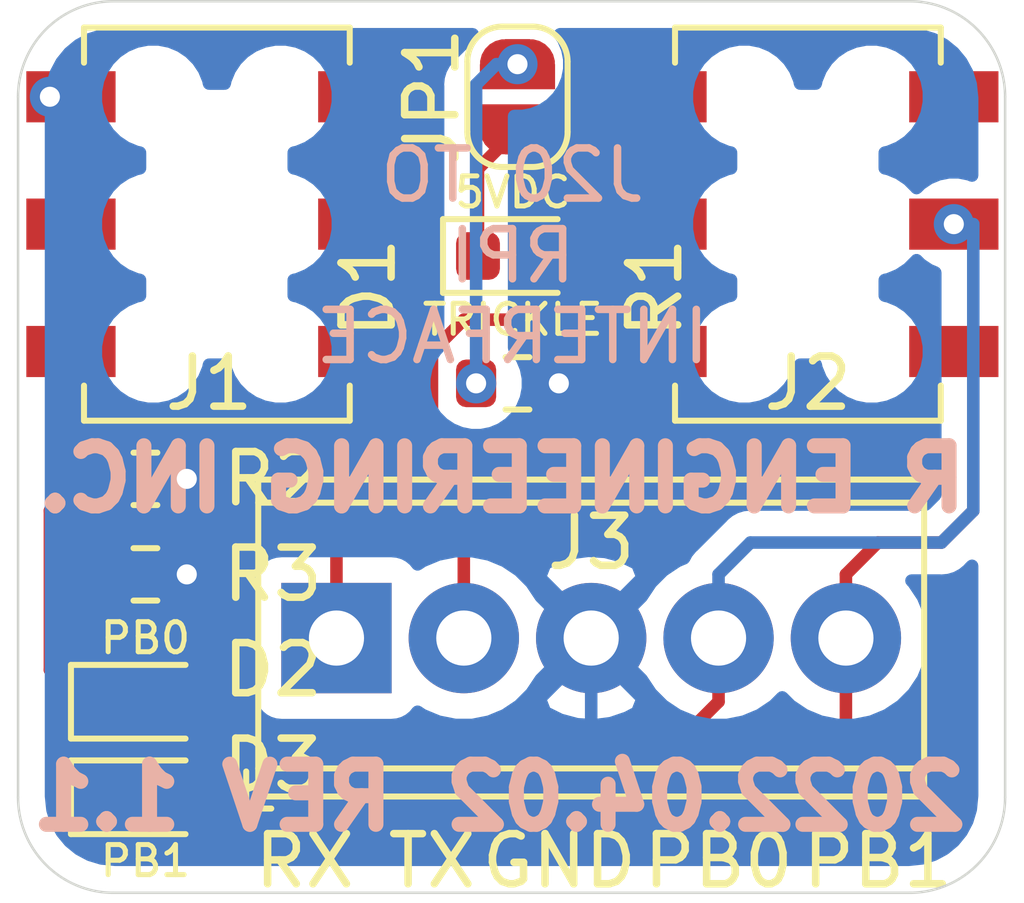
<source format=kicad_pcb>
(kicad_pcb (version 20171130) (host pcbnew "(5.1.10-1-10_14)")

  (general
    (thickness 1.6)
    (drawings 21)
    (tracks 87)
    (zones 0)
    (modules 10)
    (nets 17)
  )

  (page A)
  (title_block
    (title "Raspberry Pi Hat Interface - iMac G3 J20")
    (date 2022-04-10)
    (rev 1.1)
    (company "R Engineering Inc.")
    (comment 1 https://reng.ca)
  )

  (layers
    (0 F.Cu signal)
    (31 B.Cu signal)
    (32 B.Adhes user)
    (33 F.Adhes user)
    (34 B.Paste user)
    (35 F.Paste user)
    (36 B.SilkS user)
    (37 F.SilkS user)
    (38 B.Mask user)
    (39 F.Mask user)
    (40 Dwgs.User user)
    (41 Cmts.User user)
    (42 Eco1.User user)
    (43 Eco2.User user)
    (44 Edge.Cuts user)
    (45 Margin user)
    (46 B.CrtYd user hide)
    (47 F.CrtYd user hide)
    (48 B.Fab user hide)
    (49 F.Fab user hide)
  )

  (setup
    (last_trace_width 0.25)
    (trace_clearance 0.2)
    (zone_clearance 0.508)
    (zone_45_only no)
    (trace_min 0.2)
    (via_size 0.8)
    (via_drill 0.4)
    (via_min_size 0.4)
    (via_min_drill 0.3)
    (uvia_size 0.3)
    (uvia_drill 0.1)
    (uvias_allowed no)
    (uvia_min_size 0.2)
    (uvia_min_drill 0.1)
    (edge_width 0.05)
    (segment_width 0.2)
    (pcb_text_width 0.3)
    (pcb_text_size 1.5 1.5)
    (mod_edge_width 0.12)
    (mod_text_size 1 1)
    (mod_text_width 0.15)
    (pad_size 1.524 1.524)
    (pad_drill 0.762)
    (pad_to_mask_clearance 0)
    (aux_axis_origin 0 0)
    (visible_elements FFFFFF7F)
    (pcbplotparams
      (layerselection 0x010fc_ffffffff)
      (usegerberextensions false)
      (usegerberattributes true)
      (usegerberadvancedattributes true)
      (creategerberjobfile true)
      (excludeedgelayer true)
      (linewidth 0.100000)
      (plotframeref false)
      (viasonmask false)
      (mode 1)
      (useauxorigin false)
      (hpglpennumber 1)
      (hpglpenspeed 20)
      (hpglpendiameter 15.000000)
      (psnegative false)
      (psa4output false)
      (plotreference true)
      (plotvalue true)
      (plotinvisibletext false)
      (padsonsilk false)
      (subtractmaskfromsilk false)
      (outputformat 1)
      (mirror false)
      (drillshape 0)
      (scaleselection 1)
      (outputdirectory "gerbers/"))
  )

  (net 0 "")
  (net 1 "Net-(D1-Pad1)")
  (net 2 +5V)
  (net 3 "Net-(D2-Pad2)")
  (net 4 "Net-(D2-Pad1)")
  (net 5 "Net-(D3-Pad1)")
  (net 6 "Net-(D3-Pad2)")
  (net 7 "Net-(J1-Pad3)")
  (net 8 "Net-(J1-Pad4)")
  (net 9 GND)
  (net 10 "Net-(J2-Pad5)")
  (net 11 "Net-(J2-Pad3)")
  (net 12 "Net-(J2-Pad2)")
  (net 13 "Net-(J2-Pad1)")
  (net 14 "Net-(JP1-Pad2)")
  (net 15 "Net-(J1-Pad2)")
  (net 16 "Net-(J1-Pad6)")

  (net_class Default "This is the default net class."
    (clearance 0.2)
    (trace_width 0.25)
    (via_dia 0.8)
    (via_drill 0.4)
    (uvia_dia 0.3)
    (uvia_drill 0.1)
    (add_net +5V)
    (add_net GND)
    (add_net "Net-(D1-Pad1)")
    (add_net "Net-(D2-Pad1)")
    (add_net "Net-(D2-Pad2)")
    (add_net "Net-(D3-Pad1)")
    (add_net "Net-(D3-Pad2)")
    (add_net "Net-(J1-Pad2)")
    (add_net "Net-(J1-Pad3)")
    (add_net "Net-(J1-Pad4)")
    (add_net "Net-(J1-Pad6)")
    (add_net "Net-(J2-Pad1)")
    (add_net "Net-(J2-Pad2)")
    (add_net "Net-(J2-Pad3)")
    (add_net "Net-(J2-Pad5)")
    (add_net "Net-(JP1-Pad2)")
  )

  (module LED_SMD:LED_0603_1608Metric (layer F.Cu) (tedit 5F68FEF1) (tstamp 6239AFC7)
    (at 129.975 88.265)
    (descr "LED SMD 0603 (1608 Metric), square (rectangular) end terminal, IPC_7351 nominal, (Body size source: http://www.tortai-tech.com/upload/download/2011102023233369053.pdf), generated with kicad-footprint-generator")
    (tags LED)
    (path /62384DBD)
    (attr smd)
    (fp_text reference D1 (at -2.975 0.635 270) (layer F.SilkS)
      (effects (font (size 1 1) (thickness 0.15)))
    )
    (fp_text value LED (at 0 1.43) (layer F.Fab)
      (effects (font (size 1 1) (thickness 0.15)))
    )
    (fp_line (start 1.48 0.73) (end -1.48 0.73) (layer F.CrtYd) (width 0.05))
    (fp_line (start 1.48 -0.73) (end 1.48 0.73) (layer F.CrtYd) (width 0.05))
    (fp_line (start -1.48 -0.73) (end 1.48 -0.73) (layer F.CrtYd) (width 0.05))
    (fp_line (start -1.48 0.73) (end -1.48 -0.73) (layer F.CrtYd) (width 0.05))
    (fp_line (start -1.485 0.735) (end 0.8 0.735) (layer F.SilkS) (width 0.12))
    (fp_line (start -1.485 -0.735) (end -1.485 0.735) (layer F.SilkS) (width 0.12))
    (fp_line (start 0.8 -0.735) (end -1.485 -0.735) (layer F.SilkS) (width 0.12))
    (fp_line (start 0.8 0.4) (end 0.8 -0.4) (layer F.Fab) (width 0.1))
    (fp_line (start -0.8 0.4) (end 0.8 0.4) (layer F.Fab) (width 0.1))
    (fp_line (start -0.8 -0.1) (end -0.8 0.4) (layer F.Fab) (width 0.1))
    (fp_line (start -0.5 -0.4) (end -0.8 -0.1) (layer F.Fab) (width 0.1))
    (fp_line (start 0.8 -0.4) (end -0.5 -0.4) (layer F.Fab) (width 0.1))
    (fp_text user %R (at 0 0) (layer F.Fab)
      (effects (font (size 0.4 0.4) (thickness 0.06)))
    )
    (pad 1 smd roundrect (at -0.7875 0) (size 0.875 0.95) (layers F.Cu F.Paste F.Mask) (roundrect_rratio 0.25)
      (net 1 "Net-(D1-Pad1)"))
    (pad 2 smd roundrect (at 0.7875 0) (size 0.875 0.95) (layers F.Cu F.Paste F.Mask) (roundrect_rratio 0.25)
      (net 2 +5V))
    (model ${KISYS3DMOD}/LED_SMD.3dshapes/LED_0603_1608Metric.wrl
      (at (xyz 0 0 0))
      (scale (xyz 1 1 1))
      (rotate (xyz 0 0 0))
    )
  )

  (module TerminalBlock_Phoenix:TerminalBlock_Phoenix_MPT-0,5-5-2.54_1x05_P2.54mm_Horizontal (layer F.Cu) (tedit 5B294F99) (tstamp 6238569D)
    (at 126.365 95.885)
    (descr "Terminal Block Phoenix MPT-0,5-5-2.54, 5 pins, pitch 2.54mm, size 13.2x6.2mm^2, drill diamater 1.1mm, pad diameter 2.2mm, see http://www.mouser.com/ds/2/324/ItemDetail_1725672-916605.pdf, script-generated using https://github.com/pointhi/kicad-footprint-generator/scripts/TerminalBlock_Phoenix")
    (tags "THT Terminal Block Phoenix MPT-0,5-5-2.54 pitch 2.54mm size 13.2x6.2mm^2 drill 1.1mm pad 2.2mm")
    (path /62437725)
    (fp_text reference J3 (at 5.08 -1.905) (layer F.SilkS)
      (effects (font (size 1 1) (thickness 0.15)))
    )
    (fp_text value Screw_Terminal_01x05 (at 5.08 4.16) (layer F.Fab)
      (effects (font (size 1 1) (thickness 0.15)))
    )
    (fp_line (start 12.16 -3.6) (end -2 -3.6) (layer F.CrtYd) (width 0.05))
    (fp_line (start 12.16 3.6) (end 12.16 -3.6) (layer F.CrtYd) (width 0.05))
    (fp_line (start -2 3.6) (end 12.16 3.6) (layer F.CrtYd) (width 0.05))
    (fp_line (start -2 -3.6) (end -2 3.6) (layer F.CrtYd) (width 0.05))
    (fp_line (start -1.8 3.4) (end -1.3 3.4) (layer F.SilkS) (width 0.12))
    (fp_line (start -1.8 2.66) (end -1.8 3.4) (layer F.SilkS) (width 0.12))
    (fp_line (start 10.861 -0.835) (end 9.326 0.7) (layer F.Fab) (width 0.1))
    (fp_line (start 10.995 -0.7) (end 9.46 0.835) (layer F.Fab) (width 0.1))
    (fp_line (start 8.321 -0.835) (end 6.786 0.7) (layer F.Fab) (width 0.1))
    (fp_line (start 8.455 -0.7) (end 6.92 0.835) (layer F.Fab) (width 0.1))
    (fp_line (start 5.781 -0.835) (end 4.246 0.7) (layer F.Fab) (width 0.1))
    (fp_line (start 5.915 -0.7) (end 4.38 0.835) (layer F.Fab) (width 0.1))
    (fp_line (start 3.241 -0.835) (end 1.706 0.7) (layer F.Fab) (width 0.1))
    (fp_line (start 3.375 -0.7) (end 1.84 0.835) (layer F.Fab) (width 0.1))
    (fp_line (start 0.701 -0.835) (end -0.835 0.7) (layer F.Fab) (width 0.1))
    (fp_line (start 0.835 -0.7) (end -0.701 0.835) (layer F.Fab) (width 0.1))
    (fp_line (start 11.72 -3.16) (end 11.72 3.16) (layer F.SilkS) (width 0.12))
    (fp_line (start -1.56 -3.16) (end -1.56 3.16) (layer F.SilkS) (width 0.12))
    (fp_line (start -1.56 3.16) (end 11.72 3.16) (layer F.SilkS) (width 0.12))
    (fp_line (start -1.56 -3.16) (end 11.72 -3.16) (layer F.SilkS) (width 0.12))
    (fp_line (start -1.56 -2.7) (end 11.72 -2.7) (layer F.SilkS) (width 0.12))
    (fp_line (start -1.5 -2.7) (end 11.66 -2.7) (layer F.Fab) (width 0.1))
    (fp_line (start -1.56 2.6) (end 11.72 2.6) (layer F.SilkS) (width 0.12))
    (fp_line (start -1.5 2.6) (end 11.66 2.6) (layer F.Fab) (width 0.1))
    (fp_line (start -1.5 2.6) (end -1.5 -3.1) (layer F.Fab) (width 0.1))
    (fp_line (start -1 3.1) (end -1.5 2.6) (layer F.Fab) (width 0.1))
    (fp_line (start 11.66 3.1) (end -1 3.1) (layer F.Fab) (width 0.1))
    (fp_line (start 11.66 -3.1) (end 11.66 3.1) (layer F.Fab) (width 0.1))
    (fp_line (start -1.5 -3.1) (end 11.66 -3.1) (layer F.Fab) (width 0.1))
    (fp_circle (center 10.16 0) (end 11.26 0) (layer F.Fab) (width 0.1))
    (fp_circle (center 7.62 0) (end 8.72 0) (layer F.Fab) (width 0.1))
    (fp_circle (center 5.08 0) (end 6.18 0) (layer F.Fab) (width 0.1))
    (fp_circle (center 2.54 0) (end 3.64 0) (layer F.Fab) (width 0.1))
    (fp_circle (center 0 0) (end 1.1 0) (layer F.Fab) (width 0.1))
    (fp_text user %R (at 5.08 2) (layer F.Fab)
      (effects (font (size 1 1) (thickness 0.15)))
    )
    (pad 1 thru_hole rect (at 0 0) (size 2.2 2.2) (drill 1.1) (layers *.Cu *.Mask)
      (net 11 "Net-(J2-Pad3)"))
    (pad 2 thru_hole circle (at 2.54 0) (size 2.2 2.2) (drill 1.1) (layers *.Cu *.Mask)
      (net 10 "Net-(J2-Pad5)"))
    (pad 3 thru_hole circle (at 5.08 0) (size 2.2 2.2) (drill 1.1) (layers *.Cu *.Mask)
      (net 9 GND))
    (pad 4 thru_hole circle (at 7.62 0) (size 2.2 2.2) (drill 1.1) (layers *.Cu *.Mask)
      (net 3 "Net-(D2-Pad2)"))
    (pad 5 thru_hole circle (at 10.16 0) (size 2.2 2.2) (drill 1.1) (layers *.Cu *.Mask)
      (net 6 "Net-(D3-Pad2)"))
    (model ${KISYS3DMOD}/TerminalBlock_Phoenix.3dshapes/TerminalBlock_Phoenix_MPT-0,5-5-2.54_1x05_P2.54mm_Horizontal.wrl
      (at (xyz 0 0 0))
      (scale (xyz 1 1 1))
      (rotate (xyz 0 0 0))
    )
  )

  (module LED_SMD:LED_0603_1608Metric (layer F.Cu) (tedit 5F68FEF1) (tstamp 62385626)
    (at 122.555 97.155)
    (descr "LED SMD 0603 (1608 Metric), square (rectangular) end terminal, IPC_7351 nominal, (Body size source: http://www.tortai-tech.com/upload/download/2011102023233369053.pdf), generated with kicad-footprint-generator")
    (tags LED)
    (path /62387C4E)
    (attr smd)
    (fp_text reference D2 (at 2.54 -0.635) (layer F.SilkS)
      (effects (font (size 1 1) (thickness 0.15)))
    )
    (fp_text value LED (at 0 1.43) (layer F.Fab)
      (effects (font (size 1 1) (thickness 0.15)))
    )
    (fp_line (start 0.8 -0.4) (end -0.5 -0.4) (layer F.Fab) (width 0.1))
    (fp_line (start -0.5 -0.4) (end -0.8 -0.1) (layer F.Fab) (width 0.1))
    (fp_line (start -0.8 -0.1) (end -0.8 0.4) (layer F.Fab) (width 0.1))
    (fp_line (start -0.8 0.4) (end 0.8 0.4) (layer F.Fab) (width 0.1))
    (fp_line (start 0.8 0.4) (end 0.8 -0.4) (layer F.Fab) (width 0.1))
    (fp_line (start 0.8 -0.735) (end -1.485 -0.735) (layer F.SilkS) (width 0.12))
    (fp_line (start -1.485 -0.735) (end -1.485 0.735) (layer F.SilkS) (width 0.12))
    (fp_line (start -1.485 0.735) (end 0.8 0.735) (layer F.SilkS) (width 0.12))
    (fp_line (start -1.48 0.73) (end -1.48 -0.73) (layer F.CrtYd) (width 0.05))
    (fp_line (start -1.48 -0.73) (end 1.48 -0.73) (layer F.CrtYd) (width 0.05))
    (fp_line (start 1.48 -0.73) (end 1.48 0.73) (layer F.CrtYd) (width 0.05))
    (fp_line (start 1.48 0.73) (end -1.48 0.73) (layer F.CrtYd) (width 0.05))
    (fp_text user %R (at 0 0) (layer F.Fab)
      (effects (font (size 0.4 0.4) (thickness 0.06)))
    )
    (pad 2 smd roundrect (at 0.7875 0) (size 0.875 0.95) (layers F.Cu F.Paste F.Mask) (roundrect_rratio 0.25)
      (net 3 "Net-(D2-Pad2)"))
    (pad 1 smd roundrect (at -0.7875 0) (size 0.875 0.95) (layers F.Cu F.Paste F.Mask) (roundrect_rratio 0.25)
      (net 4 "Net-(D2-Pad1)"))
    (model ${KISYS3DMOD}/LED_SMD.3dshapes/LED_0603_1608Metric.wrl
      (at (xyz 0 0 0))
      (scale (xyz 1 1 1))
      (rotate (xyz 0 0 0))
    )
  )

  (module LED_SMD:LED_0603_1608Metric (layer F.Cu) (tedit 5F68FEF1) (tstamp 62385639)
    (at 122.555 99.06)
    (descr "LED SMD 0603 (1608 Metric), square (rectangular) end terminal, IPC_7351 nominal, (Body size source: http://www.tortai-tech.com/upload/download/2011102023233369053.pdf), generated with kicad-footprint-generator")
    (tags LED)
    (path /623887ED)
    (attr smd)
    (fp_text reference D3 (at 2.54 -0.635) (layer F.SilkS)
      (effects (font (size 1 1) (thickness 0.15)))
    )
    (fp_text value LED (at 0 1.43) (layer F.Fab)
      (effects (font (size 1 1) (thickness 0.15)))
    )
    (fp_line (start 1.48 0.73) (end -1.48 0.73) (layer F.CrtYd) (width 0.05))
    (fp_line (start 1.48 -0.73) (end 1.48 0.73) (layer F.CrtYd) (width 0.05))
    (fp_line (start -1.48 -0.73) (end 1.48 -0.73) (layer F.CrtYd) (width 0.05))
    (fp_line (start -1.48 0.73) (end -1.48 -0.73) (layer F.CrtYd) (width 0.05))
    (fp_line (start -1.485 0.735) (end 0.8 0.735) (layer F.SilkS) (width 0.12))
    (fp_line (start -1.485 -0.735) (end -1.485 0.735) (layer F.SilkS) (width 0.12))
    (fp_line (start 0.8 -0.735) (end -1.485 -0.735) (layer F.SilkS) (width 0.12))
    (fp_line (start 0.8 0.4) (end 0.8 -0.4) (layer F.Fab) (width 0.1))
    (fp_line (start -0.8 0.4) (end 0.8 0.4) (layer F.Fab) (width 0.1))
    (fp_line (start -0.8 -0.1) (end -0.8 0.4) (layer F.Fab) (width 0.1))
    (fp_line (start -0.5 -0.4) (end -0.8 -0.1) (layer F.Fab) (width 0.1))
    (fp_line (start 0.8 -0.4) (end -0.5 -0.4) (layer F.Fab) (width 0.1))
    (fp_text user %R (at 0 0) (layer F.Fab)
      (effects (font (size 0.4 0.4) (thickness 0.06)))
    )
    (pad 1 smd roundrect (at -0.7875 0) (size 0.875 0.95) (layers F.Cu F.Paste F.Mask) (roundrect_rratio 0.25)
      (net 5 "Net-(D3-Pad1)"))
    (pad 2 smd roundrect (at 0.7875 0) (size 0.875 0.95) (layers F.Cu F.Paste F.Mask) (roundrect_rratio 0.25)
      (net 6 "Net-(D3-Pad2)"))
    (model ${KISYS3DMOD}/LED_SMD.3dshapes/LED_0603_1608Metric.wrl
      (at (xyz 0 0 0))
      (scale (xyz 1 1 1))
      (rotate (xyz 0 0 0))
    )
  )

  (module Resistor_SMD:R_0603_1608Metric (layer F.Cu) (tedit 5F68FEEE) (tstamp 623856AE)
    (at 129.975 90.805)
    (descr "Resistor SMD 0603 (1608 Metric), square (rectangular) end terminal, IPC_7351 nominal, (Body size source: IPC-SM-782 page 72, https://www.pcb-3d.com/wordpress/wp-content/uploads/ipc-sm-782a_amendment_1_and_2.pdf), generated with kicad-footprint-generator")
    (tags resistor)
    (path /62389FDD)
    (attr smd)
    (fp_text reference R1 (at 2.74 -1.905 90) (layer F.SilkS)
      (effects (font (size 1 1) (thickness 0.15)))
    )
    (fp_text value 470 (at 0 1.43) (layer F.Fab)
      (effects (font (size 1 1) (thickness 0.15)))
    )
    (fp_line (start 1.48 0.73) (end -1.48 0.73) (layer F.CrtYd) (width 0.05))
    (fp_line (start 1.48 -0.73) (end 1.48 0.73) (layer F.CrtYd) (width 0.05))
    (fp_line (start -1.48 -0.73) (end 1.48 -0.73) (layer F.CrtYd) (width 0.05))
    (fp_line (start -1.48 0.73) (end -1.48 -0.73) (layer F.CrtYd) (width 0.05))
    (fp_line (start -0.237258 0.5225) (end 0.237258 0.5225) (layer F.SilkS) (width 0.12))
    (fp_line (start -0.237258 -0.5225) (end 0.237258 -0.5225) (layer F.SilkS) (width 0.12))
    (fp_line (start 0.8 0.4125) (end -0.8 0.4125) (layer F.Fab) (width 0.1))
    (fp_line (start 0.8 -0.4125) (end 0.8 0.4125) (layer F.Fab) (width 0.1))
    (fp_line (start -0.8 -0.4125) (end 0.8 -0.4125) (layer F.Fab) (width 0.1))
    (fp_line (start -0.8 0.4125) (end -0.8 -0.4125) (layer F.Fab) (width 0.1))
    (fp_text user %R (at 0 0) (layer F.Fab)
      (effects (font (size 0.4 0.4) (thickness 0.06)))
    )
    (pad 1 smd roundrect (at -0.825 0) (size 0.8 0.95) (layers F.Cu F.Paste F.Mask) (roundrect_rratio 0.25)
      (net 14 "Net-(JP1-Pad2)"))
    (pad 2 smd roundrect (at 0.825 0) (size 0.8 0.95) (layers F.Cu F.Paste F.Mask) (roundrect_rratio 0.25)
      (net 9 GND))
    (model ${KISYS3DMOD}/Resistor_SMD.3dshapes/R_0603_1608Metric.wrl
      (at (xyz 0 0 0))
      (scale (xyz 1 1 1))
      (rotate (xyz 0 0 0))
    )
  )

  (module Resistor_SMD:R_0603_1608Metric (layer F.Cu) (tedit 5F68FEEE) (tstamp 623856BF)
    (at 122.555 92.71)
    (descr "Resistor SMD 0603 (1608 Metric), square (rectangular) end terminal, IPC_7351 nominal, (Body size source: IPC-SM-782 page 72, https://www.pcb-3d.com/wordpress/wp-content/uploads/ipc-sm-782a_amendment_1_and_2.pdf), generated with kicad-footprint-generator")
    (tags resistor)
    (path /6238A391)
    (attr smd)
    (fp_text reference R2 (at 2.54 0) (layer F.SilkS)
      (effects (font (size 1 1) (thickness 0.15)))
    )
    (fp_text value 220 (at 0 1.43) (layer F.Fab)
      (effects (font (size 1 1) (thickness 0.15)))
    )
    (fp_line (start -0.8 0.4125) (end -0.8 -0.4125) (layer F.Fab) (width 0.1))
    (fp_line (start -0.8 -0.4125) (end 0.8 -0.4125) (layer F.Fab) (width 0.1))
    (fp_line (start 0.8 -0.4125) (end 0.8 0.4125) (layer F.Fab) (width 0.1))
    (fp_line (start 0.8 0.4125) (end -0.8 0.4125) (layer F.Fab) (width 0.1))
    (fp_line (start -0.237258 -0.5225) (end 0.237258 -0.5225) (layer F.SilkS) (width 0.12))
    (fp_line (start -0.237258 0.5225) (end 0.237258 0.5225) (layer F.SilkS) (width 0.12))
    (fp_line (start -1.48 0.73) (end -1.48 -0.73) (layer F.CrtYd) (width 0.05))
    (fp_line (start -1.48 -0.73) (end 1.48 -0.73) (layer F.CrtYd) (width 0.05))
    (fp_line (start 1.48 -0.73) (end 1.48 0.73) (layer F.CrtYd) (width 0.05))
    (fp_line (start 1.48 0.73) (end -1.48 0.73) (layer F.CrtYd) (width 0.05))
    (fp_text user %R (at 0 0) (layer F.Fab)
      (effects (font (size 0.4 0.4) (thickness 0.06)))
    )
    (pad 2 smd roundrect (at 0.825 0) (size 0.8 0.95) (layers F.Cu F.Paste F.Mask) (roundrect_rratio 0.25)
      (net 9 GND))
    (pad 1 smd roundrect (at -0.825 0) (size 0.8 0.95) (layers F.Cu F.Paste F.Mask) (roundrect_rratio 0.25)
      (net 4 "Net-(D2-Pad1)"))
    (model ${KISYS3DMOD}/Resistor_SMD.3dshapes/R_0603_1608Metric.wrl
      (at (xyz 0 0 0))
      (scale (xyz 1 1 1))
      (rotate (xyz 0 0 0))
    )
  )

  (module Resistor_SMD:R_0603_1608Metric (layer F.Cu) (tedit 5F68FEEE) (tstamp 623856D0)
    (at 122.555 94.615)
    (descr "Resistor SMD 0603 (1608 Metric), square (rectangular) end terminal, IPC_7351 nominal, (Body size source: IPC-SM-782 page 72, https://www.pcb-3d.com/wordpress/wp-content/uploads/ipc-sm-782a_amendment_1_and_2.pdf), generated with kicad-footprint-generator")
    (tags resistor)
    (path /6238A7E0)
    (attr smd)
    (fp_text reference R3 (at 2.54 0) (layer F.SilkS)
      (effects (font (size 1 1) (thickness 0.15)))
    )
    (fp_text value 220 (at 0 1.43) (layer F.Fab)
      (effects (font (size 1 1) (thickness 0.15)))
    )
    (fp_line (start 1.48 0.73) (end -1.48 0.73) (layer F.CrtYd) (width 0.05))
    (fp_line (start 1.48 -0.73) (end 1.48 0.73) (layer F.CrtYd) (width 0.05))
    (fp_line (start -1.48 -0.73) (end 1.48 -0.73) (layer F.CrtYd) (width 0.05))
    (fp_line (start -1.48 0.73) (end -1.48 -0.73) (layer F.CrtYd) (width 0.05))
    (fp_line (start -0.237258 0.5225) (end 0.237258 0.5225) (layer F.SilkS) (width 0.12))
    (fp_line (start -0.237258 -0.5225) (end 0.237258 -0.5225) (layer F.SilkS) (width 0.12))
    (fp_line (start 0.8 0.4125) (end -0.8 0.4125) (layer F.Fab) (width 0.1))
    (fp_line (start 0.8 -0.4125) (end 0.8 0.4125) (layer F.Fab) (width 0.1))
    (fp_line (start -0.8 -0.4125) (end 0.8 -0.4125) (layer F.Fab) (width 0.1))
    (fp_line (start -0.8 0.4125) (end -0.8 -0.4125) (layer F.Fab) (width 0.1))
    (fp_text user %R (at 0 0) (layer F.Fab)
      (effects (font (size 0.4 0.4) (thickness 0.06)))
    )
    (pad 1 smd roundrect (at -0.825 0) (size 0.8 0.95) (layers F.Cu F.Paste F.Mask) (roundrect_rratio 0.25)
      (net 5 "Net-(D3-Pad1)"))
    (pad 2 smd roundrect (at 0.825 0) (size 0.8 0.95) (layers F.Cu F.Paste F.Mask) (roundrect_rratio 0.25)
      (net 9 GND))
    (model ${KISYS3DMOD}/Resistor_SMD.3dshapes/R_0603_1608Metric.wrl
      (at (xyz 0 0 0))
      (scale (xyz 1 1 1))
      (rotate (xyz 0 0 0))
    )
  )

  (module Jumper:SolderJumper-2_P1.3mm_Open_RoundedPad1.0x1.5mm (layer F.Cu) (tedit 5B391E66) (tstamp 6239A960)
    (at 129.975 85.09 90)
    (descr "SMD Solder Jumper, 1x1.5mm, rounded Pads, 0.3mm gap, open")
    (tags "solder jumper open")
    (path /6239577C)
    (attr virtual)
    (fp_text reference JP1 (at 0 -1.705 270) (layer F.SilkS)
      (effects (font (size 1 1) (thickness 0.15)))
    )
    (fp_text value SolderJumper_2_Open (at 0 1.9 90) (layer F.Fab)
      (effects (font (size 1 1) (thickness 0.15)))
    )
    (fp_line (start -1.4 0.3) (end -1.4 -0.3) (layer F.SilkS) (width 0.12))
    (fp_line (start 0.7 1) (end -0.7 1) (layer F.SilkS) (width 0.12))
    (fp_line (start 1.4 -0.3) (end 1.4 0.3) (layer F.SilkS) (width 0.12))
    (fp_line (start -0.7 -1) (end 0.7 -1) (layer F.SilkS) (width 0.12))
    (fp_line (start -1.65 -1.25) (end 1.65 -1.25) (layer F.CrtYd) (width 0.05))
    (fp_line (start -1.65 -1.25) (end -1.65 1.25) (layer F.CrtYd) (width 0.05))
    (fp_line (start 1.65 1.25) (end 1.65 -1.25) (layer F.CrtYd) (width 0.05))
    (fp_line (start 1.65 1.25) (end -1.65 1.25) (layer F.CrtYd) (width 0.05))
    (fp_arc (start 0.7 -0.3) (end 1.4 -0.3) (angle -90) (layer F.SilkS) (width 0.12))
    (fp_arc (start 0.7 0.3) (end 0.7 1) (angle -90) (layer F.SilkS) (width 0.12))
    (fp_arc (start -0.7 0.3) (end -1.4 0.3) (angle -90) (layer F.SilkS) (width 0.12))
    (fp_arc (start -0.7 -0.3) (end -0.7 -1) (angle -90) (layer F.SilkS) (width 0.12))
    (pad 1 smd custom (at -0.65 0 90) (size 1 0.5) (layers F.Cu F.Mask)
      (net 1 "Net-(D1-Pad1)") (zone_connect 2)
      (options (clearance outline) (anchor rect))
      (primitives
        (gr_circle (center 0 0.25) (end 0.5 0.25) (width 0))
        (gr_circle (center 0 -0.25) (end 0.5 -0.25) (width 0))
        (gr_poly (pts
           (xy 0 -0.75) (xy 0.5 -0.75) (xy 0.5 0.75) (xy 0 0.75)) (width 0))
      ))
    (pad 2 smd custom (at 0.65 0 90) (size 1 0.5) (layers F.Cu F.Mask)
      (net 14 "Net-(JP1-Pad2)") (zone_connect 2)
      (options (clearance outline) (anchor rect))
      (primitives
        (gr_circle (center 0 0.25) (end 0.5 0.25) (width 0))
        (gr_circle (center 0 -0.25) (end 0.5 -0.25) (width 0))
        (gr_poly (pts
           (xy 0 -0.75) (xy -0.5 -0.75) (xy -0.5 0.75) (xy 0 0.75)) (width 0))
      ))
  )

  (module Rudy:Harwin_M20-7810345_2x03_P2.54mm_Vertical (layer F.Cu) (tedit 6248F2C6) (tstamp 6249518C)
    (at 123.98 87.63)
    (descr "Harwin Female Vertical Surface Mount Double Row 2.54mm (0.1 inch) Pitch PCB Connector, M20-7810345, 3 Pins per row (https://cdn.harwin.com/pdfs/M20-781.pdf), generated with kicad-footprint-generator")
    (tags "connector Harwin M20 side entry")
    (path /6243937F)
    (attr smd)
    (fp_text reference J1 (at -0.155 3.175) (layer F.SilkS)
      (effects (font (size 1 1) (thickness 0.15)))
    )
    (fp_text value Conn_02x03_Odd_Even (at 0 5.21) (layer F.Fab)
      (effects (font (size 1 1) (thickness 0.15)))
    )
    (fp_line (start -4.3 4.31) (end -4.3 -4.31) (layer F.CrtYd) (width 0.05))
    (fp_line (start 4.3 4.31) (end -4.3 4.31) (layer F.CrtYd) (width 0.05))
    (fp_line (start 4.3 -4.31) (end 4.3 4.31) (layer F.CrtYd) (width 0.05))
    (fp_line (start -4.3 -4.31) (end 4.3 -4.31) (layer F.CrtYd) (width 0.05))
    (fp_line (start 2.65 3.92) (end 2.65 3.22) (layer F.SilkS) (width 0.12))
    (fp_line (start -2.65 3.92) (end 2.65 3.92) (layer F.SilkS) (width 0.12))
    (fp_line (start -2.65 3.22) (end -2.65 3.92) (layer F.SilkS) (width 0.12))
    (fp_line (start 2.65 -3.92) (end 2.65 -3.22) (layer F.SilkS) (width 0.12))
    (fp_line (start -2.65 -3.92) (end 2.65 -3.92) (layer F.SilkS) (width 0.12))
    (fp_line (start -2.65 -3.22) (end -2.65 -3.92) (layer F.SilkS) (width 0.12))
    (fp_line (start -1.9 -2.54) (end -2.54 -2.14) (layer F.Fab) (width 0.1))
    (fp_line (start -2.54 -2.94) (end -1.9 -2.54) (layer F.Fab) (width 0.1))
    (fp_line (start -2.54 3.81) (end -2.54 -3.81) (layer F.Fab) (width 0.1))
    (fp_line (start 2.54 3.81) (end -2.54 3.81) (layer F.Fab) (width 0.1))
    (fp_line (start 2.54 -3.81) (end 2.54 3.81) (layer F.Fab) (width 0.1))
    (fp_line (start -2.54 -3.81) (end 2.54 -3.81) (layer F.Fab) (width 0.1))
    (fp_text user %R (at 0 -3.11) (layer F.Fab)
      (effects (font (size 1 1) (thickness 0.15)))
    )
    (pad "" np_thru_hole circle (at 0 -1.27) (size 1.8 1.8) (drill 1.8) (layers *.Cu *.Mask))
    (pad "" np_thru_hole circle (at 0 1.27) (size 1.8 1.8) (drill 1.8) (layers *.Cu *.Mask))
    (pad "" np_thru_hole circle (at -1.27 -2.54) (size 1.02 1.02) (drill 1.02) (layers *.Cu *.Mask))
    (pad "" np_thru_hole circle (at -1.27 0) (size 1.02 1.02) (drill 1.02) (layers *.Cu *.Mask))
    (pad "" np_thru_hole circle (at -1.27 2.54) (size 1.02 1.02) (drill 1.02) (layers *.Cu *.Mask))
    (pad "" np_thru_hole circle (at 1.27 -2.54) (size 1.02 1.02) (drill 1.02) (layers *.Cu *.Mask))
    (pad "" np_thru_hole circle (at 1.27 0) (size 1.02 1.02) (drill 1.02) (layers *.Cu *.Mask))
    (pad "" np_thru_hole circle (at 1.27 2.54) (size 1.02 1.02) (drill 1.02) (layers *.Cu *.Mask))
    (pad 1 smd rect (at -2.91 -2.54) (size 1.78 1.02) (layers F.Cu F.Paste F.Mask)
      (net 9 GND))
    (pad 3 smd rect (at -2.91 0) (size 1.78 1.02) (layers F.Cu F.Paste F.Mask)
      (net 7 "Net-(J1-Pad3)"))
    (pad 5 smd rect (at -2.91 2.54) (size 1.78 1.02) (layers F.Cu F.Paste F.Mask)
      (net 2 +5V))
    (pad 2 smd rect (at 2.91 -2.54) (size 1.78 1.02) (layers F.Cu F.Paste F.Mask)
      (net 15 "Net-(J1-Pad2)"))
    (pad 4 smd rect (at 2.91 0) (size 1.78 1.02) (layers F.Cu F.Paste F.Mask)
      (net 8 "Net-(J1-Pad4)"))
    (pad 6 smd rect (at 2.91 2.54) (size 1.78 1.02) (layers F.Cu F.Paste F.Mask)
      (net 16 "Net-(J1-Pad6)"))
    (model ${KISYS3DMOD}/Connector_Harwin.3dshapes/Harwin_M20-7810345_2x03_P2.54mm_Vertical.wrl
      (at (xyz 0 0 0))
      (scale (xyz 1 1 1))
      (rotate (xyz 0 0 0))
    )
  )

  (module Rudy:Harwin_M20-7810345_2x03_P2.54mm_Vertical (layer F.Cu) (tedit 6248F2C6) (tstamp 624951AE)
    (at 135.767 87.63)
    (descr "Harwin Female Vertical Surface Mount Double Row 2.54mm (0.1 inch) Pitch PCB Connector, M20-7810345, 3 Pins per row (https://cdn.harwin.com/pdfs/M20-781.pdf), generated with kicad-footprint-generator")
    (tags "connector Harwin M20 side entry")
    (path /6243A6BB)
    (attr smd)
    (fp_text reference J2 (at 0 3.175) (layer F.SilkS)
      (effects (font (size 1 1) (thickness 0.15)))
    )
    (fp_text value Conn_02x03_Odd_Even (at 0 5.21) (layer F.Fab)
      (effects (font (size 1 1) (thickness 0.15)))
    )
    (fp_line (start -2.54 -3.81) (end 2.54 -3.81) (layer F.Fab) (width 0.1))
    (fp_line (start 2.54 -3.81) (end 2.54 3.81) (layer F.Fab) (width 0.1))
    (fp_line (start 2.54 3.81) (end -2.54 3.81) (layer F.Fab) (width 0.1))
    (fp_line (start -2.54 3.81) (end -2.54 -3.81) (layer F.Fab) (width 0.1))
    (fp_line (start -2.54 -2.94) (end -1.9 -2.54) (layer F.Fab) (width 0.1))
    (fp_line (start -1.9 -2.54) (end -2.54 -2.14) (layer F.Fab) (width 0.1))
    (fp_line (start -2.65 -3.22) (end -2.65 -3.92) (layer F.SilkS) (width 0.12))
    (fp_line (start -2.65 -3.92) (end 2.65 -3.92) (layer F.SilkS) (width 0.12))
    (fp_line (start 2.65 -3.92) (end 2.65 -3.22) (layer F.SilkS) (width 0.12))
    (fp_line (start -2.65 3.22) (end -2.65 3.92) (layer F.SilkS) (width 0.12))
    (fp_line (start -2.65 3.92) (end 2.65 3.92) (layer F.SilkS) (width 0.12))
    (fp_line (start 2.65 3.92) (end 2.65 3.22) (layer F.SilkS) (width 0.12))
    (fp_line (start -4.3 -4.31) (end 4.3 -4.31) (layer F.CrtYd) (width 0.05))
    (fp_line (start 4.3 -4.31) (end 4.3 4.31) (layer F.CrtYd) (width 0.05))
    (fp_line (start 4.3 4.31) (end -4.3 4.31) (layer F.CrtYd) (width 0.05))
    (fp_line (start -4.3 4.31) (end -4.3 -4.31) (layer F.CrtYd) (width 0.05))
    (fp_text user %R (at 0 -3.11) (layer F.Fab)
      (effects (font (size 1 1) (thickness 0.15)))
    )
    (pad 6 smd rect (at 2.91 2.54) (size 1.78 1.02) (layers F.Cu F.Paste F.Mask)
      (net 6 "Net-(D3-Pad2)"))
    (pad 4 smd rect (at 2.91 0) (size 1.78 1.02) (layers F.Cu F.Paste F.Mask)
      (net 3 "Net-(D2-Pad2)"))
    (pad 2 smd rect (at 2.91 -2.54) (size 1.78 1.02) (layers F.Cu F.Paste F.Mask)
      (net 12 "Net-(J2-Pad2)"))
    (pad 5 smd rect (at -2.91 2.54) (size 1.78 1.02) (layers F.Cu F.Paste F.Mask)
      (net 10 "Net-(J2-Pad5)"))
    (pad 3 smd rect (at -2.91 0) (size 1.78 1.02) (layers F.Cu F.Paste F.Mask)
      (net 11 "Net-(J2-Pad3)"))
    (pad 1 smd rect (at -2.91 -2.54) (size 1.78 1.02) (layers F.Cu F.Paste F.Mask)
      (net 13 "Net-(J2-Pad1)"))
    (pad "" np_thru_hole circle (at 1.27 2.54) (size 1.02 1.02) (drill 1.02) (layers *.Cu *.Mask))
    (pad "" np_thru_hole circle (at 1.27 0) (size 1.02 1.02) (drill 1.02) (layers *.Cu *.Mask))
    (pad "" np_thru_hole circle (at 1.27 -2.54) (size 1.02 1.02) (drill 1.02) (layers *.Cu *.Mask))
    (pad "" np_thru_hole circle (at -1.27 2.54) (size 1.02 1.02) (drill 1.02) (layers *.Cu *.Mask))
    (pad "" np_thru_hole circle (at -1.27 0) (size 1.02 1.02) (drill 1.02) (layers *.Cu *.Mask))
    (pad "" np_thru_hole circle (at -1.27 -2.54) (size 1.02 1.02) (drill 1.02) (layers *.Cu *.Mask))
    (pad "" np_thru_hole circle (at 0 1.27) (size 1.8 1.8) (drill 1.8) (layers *.Cu *.Mask))
    (pad "" np_thru_hole circle (at 0 -1.27) (size 1.8 1.8) (drill 1.8) (layers *.Cu *.Mask))
    (model ${KISYS3DMOD}/Connector_Harwin.3dshapes/Harwin_M20-7810345_2x03_P2.54mm_Vertical.wrl
      (at (xyz 0 0 0))
      (scale (xyz 1 1 1))
      (rotate (xyz 0 0 0))
    )
  )

  (gr_text "J20 TO\nRPI\nINTERFACE" (at 129.875 88.265) (layer B.SilkS)
    (effects (font (size 1 1) (thickness 0.15)) (justify mirror))
  )
  (gr_text TRICKLE (at 129.88 89.535) (layer F.SilkS) (tstamp 6239B85D)
    (effects (font (size 0.6 0.6) (thickness 0.1)))
  )
  (gr_text 2022.04.02 (at 139.065 99.06) (layer B.SilkS) (tstamp 62388E22)
    (effects (font (size 1.2 1.2) (thickness 0.3)) (justify left mirror))
  )
  (gr_text "REV 1.1" (at 127.635 99.06) (layer B.SilkS) (tstamp 62388E22)
    (effects (font (size 1.2 1.2) (thickness 0.3)) (justify left mirror))
  )
  (gr_text "R ENGINEERING INC." (at 139.065 92.71) (layer B.SilkS)
    (effects (font (size 1.2 1.2) (thickness 0.3)) (justify left mirror))
  )
  (gr_text RX (at 125.73 100.33) (layer F.SilkS) (tstamp 623862D7)
    (effects (font (size 1 1) (thickness 0.15)))
  )
  (gr_text TX (at 128.27 100.33) (layer F.SilkS) (tstamp 623862D7)
    (effects (font (size 1 1) (thickness 0.15)))
  )
  (gr_text GND (at 130.81 100.33) (layer F.SilkS) (tstamp 623862D7)
    (effects (font (size 1 1) (thickness 0.15)))
  )
  (gr_text PB0 (at 133.985 100.33) (layer F.SilkS) (tstamp 623862D7)
    (effects (font (size 1 1) (thickness 0.15)))
  )
  (gr_text PB1 (at 137.16 100.33) (layer F.SilkS) (tstamp 623862D7)
    (effects (font (size 1 1) (thickness 0.15)))
  )
  (gr_text PB1 (at 122.555 100.33) (layer F.SilkS) (tstamp 623862D7)
    (effects (font (size 0.6 0.6) (thickness 0.1)))
  )
  (gr_text PB0 (at 122.555 95.885) (layer F.SilkS) (tstamp 623862D2)
    (effects (font (size 0.6 0.6) (thickness 0.1)))
  )
  (gr_line (start 121.92 83.185) (end 137.795 83.185) (layer Edge.Cuts) (width 0.05) (tstamp 62386270))
  (gr_line (start 120.015 99.06) (end 120.015 85.09) (layer Edge.Cuts) (width 0.05) (tstamp 6238626F))
  (gr_line (start 137.795 100.965) (end 121.92 100.965) (layer Edge.Cuts) (width 0.05) (tstamp 6238626E))
  (gr_line (start 139.7 85.09) (end 139.7 99.06) (layer Edge.Cuts) (width 0.05) (tstamp 6238626D))
  (gr_arc (start 137.795 85.09) (end 139.7 85.09) (angle -90) (layer Edge.Cuts) (width 0.05) (tstamp 6238624B))
  (gr_arc (start 137.795 99.06) (end 137.795 100.965) (angle -90) (layer Edge.Cuts) (width 0.05) (tstamp 6238624B))
  (gr_arc (start 121.92 99.06) (end 120.015 99.06) (angle -90) (layer Edge.Cuts) (width 0.05) (tstamp 6238624B))
  (gr_arc (start 121.92 85.09) (end 121.92 83.185) (angle -90) (layer Edge.Cuts) (width 0.05))
  (gr_text 5VDC (at 129.88 86.995) (layer F.SilkS) (tstamp 6239B19E)
    (effects (font (size 0.6 0.6) (thickness 0.1)))
  )

  (segment (start 129.225 88.2275) (end 129.1875 88.265) (width 0.25) (layer F.Cu) (net 1))
  (segment (start 129.1875 86.5275) (end 129.975 85.74) (width 0.25) (layer F.Cu) (net 1))
  (segment (start 129.1875 88.265) (end 129.1875 86.5275) (width 0.25) (layer F.Cu) (net 1))
  (segment (start 121.07 90.59) (end 121.07 90.17) (width 0.25) (layer F.Cu) (net 2))
  (segment (start 124.46 91.44) (end 121.92 91.44) (width 0.25) (layer F.Cu) (net 2))
  (segment (start 121.92 91.44) (end 121.07 90.59) (width 0.25) (layer F.Cu) (net 2))
  (segment (start 127.635 92.075) (end 125.095 92.075) (width 0.25) (layer F.Cu) (net 2))
  (segment (start 128.27 91.44) (end 127.635 92.075) (width 0.25) (layer F.Cu) (net 2))
  (segment (start 128.27 90.17) (end 128.27 91.44) (width 0.25) (layer F.Cu) (net 2))
  (segment (start 125.095 92.075) (end 124.46 91.44) (width 0.25) (layer F.Cu) (net 2))
  (segment (start 128.905 89.535) (end 128.27 90.17) (width 0.25) (layer F.Cu) (net 2))
  (segment (start 130.175 89.535) (end 128.905 89.535) (width 0.25) (layer F.Cu) (net 2))
  (segment (start 130.7625 88.9475) (end 130.175 89.535) (width 0.25) (layer F.Cu) (net 2))
  (segment (start 130.7625 88.265) (end 130.7625 88.9475) (width 0.25) (layer F.Cu) (net 2))
  (segment (start 133.985 94.615) (end 133.985 95.885) (width 0.25) (layer B.Cu) (net 3))
  (segment (start 134.62 93.98) (end 133.985 94.615) (width 0.25) (layer B.Cu) (net 3))
  (segment (start 123.3425 97.155) (end 123.3425 97.3075) (width 0.25) (layer F.Cu) (net 3))
  (segment (start 123.3425 97.3075) (end 123.825 97.79) (width 0.25) (layer F.Cu) (net 3))
  (segment (start 123.825 97.79) (end 133.35 97.79) (width 0.25) (layer F.Cu) (net 3))
  (segment (start 133.985 97.155) (end 133.985 95.885) (width 0.25) (layer F.Cu) (net 3))
  (segment (start 133.35 97.79) (end 133.985 97.155) (width 0.25) (layer F.Cu) (net 3))
  (segment (start 138.677 87.63) (end 138.34 87.63) (width 0.25) (layer F.Cu) (net 3))
  (segment (start 134.62 93.98) (end 138.43 93.98) (width 0.25) (layer B.Cu) (net 3))
  (segment (start 138.43 93.98) (end 139.065 93.345) (width 0.25) (layer B.Cu) (net 3))
  (segment (start 139.065 93.345) (end 139.065 87.63) (width 0.25) (layer B.Cu) (net 3))
  (via (at 138.677 87.63) (size 0.8) (drill 0.4) (layers F.Cu B.Cu) (net 3))
  (segment (start 139.065 87.63) (end 138.677 87.63) (width 0.25) (layer B.Cu) (net 3))
  (segment (start 121.73 92.71) (end 121.285 92.71) (width 0.25) (layer F.Cu) (net 4))
  (segment (start 121.285 92.71) (end 120.65 93.345) (width 0.25) (layer F.Cu) (net 4))
  (segment (start 120.65 93.345) (end 120.65 96.52) (width 0.25) (layer F.Cu) (net 4))
  (segment (start 121.285 97.155) (end 121.7675 97.155) (width 0.25) (layer F.Cu) (net 4))
  (segment (start 120.65 96.52) (end 121.285 97.155) (width 0.25) (layer F.Cu) (net 4))
  (segment (start 122.53001 95.41501) (end 121.73 94.615) (width 0.25) (layer F.Cu) (net 5))
  (segment (start 122.53001 98.29749) (end 122.53001 95.41501) (width 0.25) (layer F.Cu) (net 5))
  (segment (start 121.7675 99.06) (end 122.53001 98.29749) (width 0.25) (layer F.Cu) (net 5))
  (segment (start 136.79 95.62) (end 136.525 95.885) (width 0.25) (layer F.Cu) (net 6))
  (segment (start 138.677 90.17) (end 139.065 90.17) (width 0.25) (layer F.Cu) (net 6))
  (segment (start 139.065 93.345) (end 138.43 93.98) (width 0.25) (layer F.Cu) (net 6))
  (segment (start 138.43 93.98) (end 137.16 93.98) (width 0.25) (layer F.Cu) (net 6))
  (segment (start 137.16 93.98) (end 136.525 94.615) (width 0.25) (layer F.Cu) (net 6))
  (segment (start 136.525 94.615) (end 136.525 95.885) (width 0.25) (layer F.Cu) (net 6))
  (segment (start 135.89 99.06) (end 123.3425 99.06) (width 0.25) (layer F.Cu) (net 6))
  (segment (start 136.525 98.425) (end 135.89 99.06) (width 0.25) (layer F.Cu) (net 6))
  (segment (start 136.525 95.885) (end 136.525 98.425) (width 0.25) (layer F.Cu) (net 6))
  (segment (start 139.065 90.558) (end 138.677 90.17) (width 0.25) (layer F.Cu) (net 6))
  (segment (start 139.065 93.345) (end 139.065 90.558) (width 0.25) (layer F.Cu) (net 6))
  (segment (start 126.89 87.63) (end 127 87.63) (width 0.25) (layer F.Cu) (net 8))
  (via (at 120.65 85.09) (size 0.8) (drill 0.4) (layers F.Cu B.Cu) (net 9))
  (segment (start 121.07 85.09) (end 120.65 85.09) (width 0.25) (layer F.Cu) (net 9))
  (segment (start 121.285 98.425) (end 130.81 98.425) (width 0.25) (layer B.Cu) (net 9))
  (segment (start 131.445 97.79) (end 131.445 95.885) (width 0.25) (layer B.Cu) (net 9))
  (segment (start 130.81 98.425) (end 131.445 97.79) (width 0.25) (layer B.Cu) (net 9))
  (segment (start 121.285 85.09) (end 120.65 85.09) (width 0.25) (layer B.Cu) (net 9))
  (segment (start 121.285 98.425) (end 123.825 98.425) (width 0.25) (layer B.Cu) (net 9))
  (segment (start 121.285 85.09) (end 121.285 91.44) (width 0.25) (layer B.Cu) (net 9))
  (segment (start 121.285 91.44) (end 123.825 93.98) (width 0.25) (layer B.Cu) (net 9))
  (segment (start 130.8 92.065) (end 130.8 90.805) (width 0.25) (layer B.Cu) (net 9))
  (via (at 130.8 90.805) (size 0.8) (drill 0.4) (layers F.Cu B.Cu) (net 9))
  (segment (start 125.095 92.71) (end 130.175 92.71) (width 0.25) (layer B.Cu) (net 9))
  (segment (start 130.175 92.71) (end 130.81 92.075) (width 0.25) (layer B.Cu) (net 9))
  (segment (start 123.825 93.98) (end 125.095 92.71) (width 0.25) (layer B.Cu) (net 9))
  (segment (start 130.81 92.075) (end 130.8 92.065) (width 0.25) (layer B.Cu) (net 9))
  (via (at 123.38 94.615) (size 0.8) (drill 0.4) (layers F.Cu B.Cu) (net 9))
  (segment (start 123.825 94.615) (end 123.38 94.615) (width 0.25) (layer B.Cu) (net 9))
  (segment (start 123.825 98.425) (end 123.825 94.615) (width 0.25) (layer B.Cu) (net 9))
  (segment (start 123.825 94.615) (end 123.825 93.98) (width 0.25) (layer B.Cu) (net 9))
  (via (at 123.38 92.71) (size 0.8) (drill 0.4) (layers F.Cu B.Cu) (net 9))
  (segment (start 125.095 92.71) (end 123.38 92.71) (width 0.25) (layer B.Cu) (net 9))
  (segment (start 132.08 91.44) (end 132.857 90.663) (width 0.25) (layer F.Cu) (net 10))
  (segment (start 132.08 92.07641) (end 132.08 91.44) (width 0.25) (layer F.Cu) (net 10))
  (segment (start 128.905 95.885) (end 128.905 93.98) (width 0.25) (layer F.Cu) (net 10))
  (segment (start 130.9964 93.16001) (end 132.08 92.07641) (width 0.25) (layer F.Cu) (net 10))
  (segment (start 132.857 90.663) (end 132.857 90.17) (width 0.25) (layer F.Cu) (net 10))
  (segment (start 129.72499 93.16001) (end 130.9964 93.16001) (width 0.25) (layer F.Cu) (net 10))
  (segment (start 128.905 93.98) (end 129.72499 93.16001) (width 0.25) (layer F.Cu) (net 10))
  (segment (start 126.365 93.345) (end 126.365 95.885) (width 0.25) (layer F.Cu) (net 11))
  (segment (start 130.81 92.71) (end 127 92.71) (width 0.25) (layer F.Cu) (net 11))
  (segment (start 131.52501 91.99499) (end 130.81 92.71) (width 0.25) (layer F.Cu) (net 11))
  (segment (start 132.08 87.63) (end 131.52501 88.18499) (width 0.25) (layer F.Cu) (net 11))
  (segment (start 127 92.71) (end 126.365 93.345) (width 0.25) (layer F.Cu) (net 11))
  (segment (start 131.52501 88.18499) (end 131.52501 91.99499) (width 0.25) (layer F.Cu) (net 11))
  (segment (start 132.857 87.63) (end 132.08 87.63) (width 0.25) (layer F.Cu) (net 11))
  (via (at 129.15 90.805) (size 0.8) (drill 0.4) (layers F.Cu B.Cu) (net 14))
  (segment (start 129.555 84.44) (end 129.975 84.44) (width 0.25) (layer B.Cu) (net 14))
  (segment (start 129.15 84.845) (end 129.555 84.44) (width 0.25) (layer B.Cu) (net 14))
  (segment (start 129.15 90.805) (end 129.15 84.845) (width 0.25) (layer B.Cu) (net 14))
  (via (at 129.975 84.44) (size 0.8) (drill 0.4) (layers F.Cu B.Cu) (net 14))

  (zone (net 9) (net_name GND) (layer B.Cu) (tstamp 0) (hatch edge 0.508)
    (connect_pads (clearance 0.508))
    (min_thickness 0.254)
    (fill yes (arc_segments 32) (thermal_gap 0.508) (thermal_bridge_width 0.508))
    (polygon
      (pts
        (xy 139.7 100.965) (xy 120.015 100.965) (xy 120.015 83.185) (xy 139.7 83.185)
      )
    )
    (filled_polygon
      (pts
        (xy 129.014999 83.899999) (xy 128.9912 83.928998) (xy 128.638998 84.281201) (xy 128.61 84.304999) (xy 128.586202 84.333997)
        (xy 128.586201 84.333998) (xy 128.515026 84.420724) (xy 128.444454 84.552754) (xy 128.423737 84.621052) (xy 128.400998 84.696014)
        (xy 128.393466 84.772483) (xy 128.386324 84.845) (xy 128.390001 84.882332) (xy 128.39 90.101289) (xy 128.346063 90.145226)
        (xy 128.232795 90.314744) (xy 128.154774 90.503102) (xy 128.115 90.703061) (xy 128.115 90.906939) (xy 128.154774 91.106898)
        (xy 128.232795 91.295256) (xy 128.346063 91.464774) (xy 128.490226 91.608937) (xy 128.659744 91.722205) (xy 128.848102 91.800226)
        (xy 129.048061 91.84) (xy 129.251939 91.84) (xy 129.451898 91.800226) (xy 129.640256 91.722205) (xy 129.809774 91.608937)
        (xy 129.953937 91.464774) (xy 130.067205 91.295256) (xy 130.145226 91.106898) (xy 130.185 90.906939) (xy 130.185 90.703061)
        (xy 130.145226 90.503102) (xy 130.067205 90.314744) (xy 129.953937 90.145226) (xy 129.91 90.101289) (xy 129.91 85.475)
        (xy 130.076939 85.475) (xy 130.276898 85.435226) (xy 130.465256 85.357205) (xy 130.634774 85.243937) (xy 130.778937 85.099774)
        (xy 130.892205 84.930256) (xy 130.970226 84.741898) (xy 131.01 84.541939) (xy 131.01 84.338061) (xy 130.970226 84.138102)
        (xy 130.892205 83.949744) (xy 130.822217 83.845) (xy 137.762723 83.845) (xy 138.036204 83.871815) (xy 138.268226 83.941867)
        (xy 138.482222 84.05565) (xy 138.670041 84.208832) (xy 138.82453 84.395577) (xy 138.939801 84.608769) (xy 139.011472 84.8403)
        (xy 139.04 85.111725) (xy 139.04 86.660084) (xy 138.978898 86.634774) (xy 138.778939 86.595) (xy 138.575061 86.595)
        (xy 138.375102 86.634774) (xy 138.186744 86.712795) (xy 138.017226 86.826063) (xy 137.93311 86.910179) (xy 137.926379 86.900105)
        (xy 137.766895 86.740621) (xy 137.579361 86.615314) (xy 137.370984 86.529002) (xy 137.301216 86.515124) (xy 137.302 86.511184)
        (xy 137.302 86.208816) (xy 137.301216 86.204876) (xy 137.370984 86.190998) (xy 137.579361 86.104686) (xy 137.766895 85.979379)
        (xy 137.926379 85.819895) (xy 138.051686 85.632361) (xy 138.137998 85.423984) (xy 138.182 85.202773) (xy 138.182 84.977227)
        (xy 138.137998 84.756016) (xy 138.051686 84.547639) (xy 137.926379 84.360105) (xy 137.766895 84.200621) (xy 137.579361 84.075314)
        (xy 137.370984 83.989002) (xy 137.149773 83.945) (xy 136.924227 83.945) (xy 136.703016 83.989002) (xy 136.494639 84.075314)
        (xy 136.307105 84.200621) (xy 136.147621 84.360105) (xy 136.022314 84.547639) (xy 135.936002 84.756016) (xy 135.922124 84.825784)
        (xy 135.918184 84.825) (xy 135.615816 84.825) (xy 135.611876 84.825784) (xy 135.597998 84.756016) (xy 135.511686 84.547639)
        (xy 135.386379 84.360105) (xy 135.226895 84.200621) (xy 135.039361 84.075314) (xy 134.830984 83.989002) (xy 134.609773 83.945)
        (xy 134.384227 83.945) (xy 134.163016 83.989002) (xy 133.954639 84.075314) (xy 133.767105 84.200621) (xy 133.607621 84.360105)
        (xy 133.482314 84.547639) (xy 133.396002 84.756016) (xy 133.352 84.977227) (xy 133.352 85.202773) (xy 133.396002 85.423984)
        (xy 133.482314 85.632361) (xy 133.607621 85.819895) (xy 133.767105 85.979379) (xy 133.954639 86.104686) (xy 134.163016 86.190998)
        (xy 134.232784 86.204876) (xy 134.232 86.208816) (xy 134.232 86.511184) (xy 134.232784 86.515124) (xy 134.163016 86.529002)
        (xy 133.954639 86.615314) (xy 133.767105 86.740621) (xy 133.607621 86.900105) (xy 133.482314 87.087639) (xy 133.396002 87.296016)
        (xy 133.352 87.517227) (xy 133.352 87.742773) (xy 133.396002 87.963984) (xy 133.482314 88.172361) (xy 133.607621 88.359895)
        (xy 133.767105 88.519379) (xy 133.954639 88.644686) (xy 134.163016 88.730998) (xy 134.232784 88.744876) (xy 134.232 88.748816)
        (xy 134.232 89.051184) (xy 134.232784 89.055124) (xy 134.163016 89.069002) (xy 133.954639 89.155314) (xy 133.767105 89.280621)
        (xy 133.607621 89.440105) (xy 133.482314 89.627639) (xy 133.396002 89.836016) (xy 133.352 90.057227) (xy 133.352 90.282773)
        (xy 133.396002 90.503984) (xy 133.482314 90.712361) (xy 133.607621 90.899895) (xy 133.767105 91.059379) (xy 133.954639 91.184686)
        (xy 134.163016 91.270998) (xy 134.384227 91.315) (xy 134.609773 91.315) (xy 134.830984 91.270998) (xy 135.039361 91.184686)
        (xy 135.226895 91.059379) (xy 135.386379 90.899895) (xy 135.511686 90.712361) (xy 135.597998 90.503984) (xy 135.611876 90.434216)
        (xy 135.615816 90.435) (xy 135.918184 90.435) (xy 135.922124 90.434216) (xy 135.936002 90.503984) (xy 136.022314 90.712361)
        (xy 136.147621 90.899895) (xy 136.307105 91.059379) (xy 136.494639 91.184686) (xy 136.703016 91.270998) (xy 136.924227 91.315)
        (xy 137.149773 91.315) (xy 137.370984 91.270998) (xy 137.579361 91.184686) (xy 137.766895 91.059379) (xy 137.926379 90.899895)
        (xy 138.051686 90.712361) (xy 138.137998 90.503984) (xy 138.182 90.282773) (xy 138.182 90.057227) (xy 138.137998 89.836016)
        (xy 138.051686 89.627639) (xy 137.926379 89.440105) (xy 137.766895 89.280621) (xy 137.579361 89.155314) (xy 137.370984 89.069002)
        (xy 137.301216 89.055124) (xy 137.302 89.051184) (xy 137.302 88.748816) (xy 137.301216 88.744876) (xy 137.370984 88.730998)
        (xy 137.579361 88.644686) (xy 137.766895 88.519379) (xy 137.926379 88.359895) (xy 137.93311 88.349821) (xy 138.017226 88.433937)
        (xy 138.186744 88.547205) (xy 138.305001 88.596189) (xy 138.305 93.030198) (xy 138.115199 93.22) (xy 134.657333 93.22)
        (xy 134.62 93.216323) (xy 134.582667 93.22) (xy 134.471014 93.230997) (xy 134.327753 93.274454) (xy 134.195724 93.345026)
        (xy 134.079999 93.439999) (xy 134.0562 93.468998) (xy 133.474002 94.051197) (xy 133.444999 94.074999) (xy 133.389871 94.142174)
        (xy 133.350026 94.190724) (xy 133.336155 94.216675) (xy 133.295558 94.292626) (xy 133.163169 94.347463) (xy 132.879002 94.537337)
        (xy 132.637337 94.779002) (xy 132.449531 95.060074) (xy 131.624605 95.885) (xy 132.449531 96.709926) (xy 132.637337 96.990998)
        (xy 132.879002 97.232663) (xy 133.163169 97.422537) (xy 133.478919 97.553325) (xy 133.814117 97.62) (xy 134.155883 97.62)
        (xy 134.491081 97.553325) (xy 134.806831 97.422537) (xy 135.090998 97.232663) (xy 135.255 97.068661) (xy 135.419002 97.232663)
        (xy 135.703169 97.422537) (xy 136.018919 97.553325) (xy 136.354117 97.62) (xy 136.695883 97.62) (xy 137.031081 97.553325)
        (xy 137.346831 97.422537) (xy 137.630998 97.232663) (xy 137.872663 96.990998) (xy 138.062537 96.706831) (xy 138.193325 96.391081)
        (xy 138.26 96.055883) (xy 138.26 95.714117) (xy 138.193325 95.378919) (xy 138.062537 95.063169) (xy 137.872663 94.779002)
        (xy 137.833661 94.74) (xy 138.392678 94.74) (xy 138.43 94.743676) (xy 138.467322 94.74) (xy 138.467333 94.74)
        (xy 138.578986 94.729003) (xy 138.722247 94.685546) (xy 138.854276 94.614974) (xy 138.970001 94.520001) (xy 138.993803 94.490998)
        (xy 139.040001 94.4448) (xy 139.040001 99.027712) (xy 139.013185 99.301205) (xy 138.943133 99.533226) (xy 138.82935 99.747222)
        (xy 138.676169 99.935039) (xy 138.489424 100.089529) (xy 138.276231 100.204802) (xy 138.044701 100.276472) (xy 137.773276 100.305)
        (xy 121.952277 100.305) (xy 121.678795 100.278185) (xy 121.446774 100.208133) (xy 121.232778 100.09435) (xy 121.044961 99.941169)
        (xy 120.890471 99.754424) (xy 120.775198 99.541231) (xy 120.703528 99.309701) (xy 120.675 99.038276) (xy 120.675 94.785)
        (xy 124.626928 94.785) (xy 124.626928 96.985) (xy 124.639188 97.109482) (xy 124.675498 97.22918) (xy 124.734463 97.339494)
        (xy 124.813815 97.436185) (xy 124.910506 97.515537) (xy 125.02082 97.574502) (xy 125.140518 97.610812) (xy 125.265 97.623072)
        (xy 127.465 97.623072) (xy 127.589482 97.610812) (xy 127.70918 97.574502) (xy 127.819494 97.515537) (xy 127.916185 97.436185)
        (xy 127.982557 97.35531) (xy 128.083169 97.422537) (xy 128.398919 97.553325) (xy 128.734117 97.62) (xy 129.075883 97.62)
        (xy 129.411081 97.553325) (xy 129.726831 97.422537) (xy 130.010998 97.232663) (xy 130.151949 97.091712) (xy 130.417893 97.091712)
        (xy 130.525726 97.366338) (xy 130.832384 97.517216) (xy 131.162585 97.605369) (xy 131.503639 97.627409) (xy 131.842439 97.582489)
        (xy 132.165966 97.472336) (xy 132.364274 97.366338) (xy 132.472107 97.091712) (xy 131.445 96.064605) (xy 130.417893 97.091712)
        (xy 130.151949 97.091712) (xy 130.252663 96.990998) (xy 130.440469 96.709926) (xy 131.265395 95.885) (xy 130.440469 95.060074)
        (xy 130.252663 94.779002) (xy 130.151949 94.678288) (xy 130.417893 94.678288) (xy 131.445 95.705395) (xy 132.472107 94.678288)
        (xy 132.364274 94.403662) (xy 132.057616 94.252784) (xy 131.727415 94.164631) (xy 131.386361 94.142591) (xy 131.047561 94.187511)
        (xy 130.724034 94.297664) (xy 130.525726 94.403662) (xy 130.417893 94.678288) (xy 130.151949 94.678288) (xy 130.010998 94.537337)
        (xy 129.726831 94.347463) (xy 129.411081 94.216675) (xy 129.075883 94.15) (xy 128.734117 94.15) (xy 128.398919 94.216675)
        (xy 128.083169 94.347463) (xy 127.982557 94.41469) (xy 127.916185 94.333815) (xy 127.819494 94.254463) (xy 127.70918 94.195498)
        (xy 127.589482 94.159188) (xy 127.465 94.146928) (xy 125.265 94.146928) (xy 125.140518 94.159188) (xy 125.02082 94.195498)
        (xy 124.910506 94.254463) (xy 124.813815 94.333815) (xy 124.734463 94.430506) (xy 124.675498 94.54082) (xy 124.639188 94.660518)
        (xy 124.626928 94.785) (xy 120.675 94.785) (xy 120.675 85.122277) (xy 120.689222 84.977227) (xy 121.565 84.977227)
        (xy 121.565 85.202773) (xy 121.609002 85.423984) (xy 121.695314 85.632361) (xy 121.820621 85.819895) (xy 121.980105 85.979379)
        (xy 122.167639 86.104686) (xy 122.376016 86.190998) (xy 122.445784 86.204876) (xy 122.445 86.208816) (xy 122.445 86.511184)
        (xy 122.445784 86.515124) (xy 122.376016 86.529002) (xy 122.167639 86.615314) (xy 121.980105 86.740621) (xy 121.820621 86.900105)
        (xy 121.695314 87.087639) (xy 121.609002 87.296016) (xy 121.565 87.517227) (xy 121.565 87.742773) (xy 121.609002 87.963984)
        (xy 121.695314 88.172361) (xy 121.820621 88.359895) (xy 121.980105 88.519379) (xy 122.167639 88.644686) (xy 122.376016 88.730998)
        (xy 122.445784 88.744876) (xy 122.445 88.748816) (xy 122.445 89.051184) (xy 122.445784 89.055124) (xy 122.376016 89.069002)
        (xy 122.167639 89.155314) (xy 121.980105 89.280621) (xy 121.820621 89.440105) (xy 121.695314 89.627639) (xy 121.609002 89.836016)
        (xy 121.565 90.057227) (xy 121.565 90.282773) (xy 121.609002 90.503984) (xy 121.695314 90.712361) (xy 121.820621 90.899895)
        (xy 121.980105 91.059379) (xy 122.167639 91.184686) (xy 122.376016 91.270998) (xy 122.597227 91.315) (xy 122.822773 91.315)
        (xy 123.043984 91.270998) (xy 123.252361 91.184686) (xy 123.439895 91.059379) (xy 123.599379 90.899895) (xy 123.724686 90.712361)
        (xy 123.810998 90.503984) (xy 123.824876 90.434216) (xy 123.828816 90.435) (xy 124.131184 90.435) (xy 124.135124 90.434216)
        (xy 124.149002 90.503984) (xy 124.235314 90.712361) (xy 124.360621 90.899895) (xy 124.520105 91.059379) (xy 124.707639 91.184686)
        (xy 124.916016 91.270998) (xy 125.137227 91.315) (xy 125.362773 91.315) (xy 125.583984 91.270998) (xy 125.792361 91.184686)
        (xy 125.979895 91.059379) (xy 126.139379 90.899895) (xy 126.264686 90.712361) (xy 126.350998 90.503984) (xy 126.395 90.282773)
        (xy 126.395 90.057227) (xy 126.350998 89.836016) (xy 126.264686 89.627639) (xy 126.139379 89.440105) (xy 125.979895 89.280621)
        (xy 125.792361 89.155314) (xy 125.583984 89.069002) (xy 125.514216 89.055124) (xy 125.515 89.051184) (xy 125.515 88.748816)
        (xy 125.514216 88.744876) (xy 125.583984 88.730998) (xy 125.792361 88.644686) (xy 125.979895 88.519379) (xy 126.139379 88.359895)
        (xy 126.264686 88.172361) (xy 126.350998 87.963984) (xy 126.395 87.742773) (xy 126.395 87.517227) (xy 126.350998 87.296016)
        (xy 126.264686 87.087639) (xy 126.139379 86.900105) (xy 125.979895 86.740621) (xy 125.792361 86.615314) (xy 125.583984 86.529002)
        (xy 125.514216 86.515124) (xy 125.515 86.511184) (xy 125.515 86.208816) (xy 125.514216 86.204876) (xy 125.583984 86.190998)
        (xy 125.792361 86.104686) (xy 125.979895 85.979379) (xy 126.139379 85.819895) (xy 126.264686 85.632361) (xy 126.350998 85.423984)
        (xy 126.395 85.202773) (xy 126.395 84.977227) (xy 126.350998 84.756016) (xy 126.264686 84.547639) (xy 126.139379 84.360105)
        (xy 125.979895 84.200621) (xy 125.792361 84.075314) (xy 125.583984 83.989002) (xy 125.362773 83.945) (xy 125.137227 83.945)
        (xy 124.916016 83.989002) (xy 124.707639 84.075314) (xy 124.520105 84.200621) (xy 124.360621 84.360105) (xy 124.235314 84.547639)
        (xy 124.149002 84.756016) (xy 124.135124 84.825784) (xy 124.131184 84.825) (xy 123.828816 84.825) (xy 123.824876 84.825784)
        (xy 123.810998 84.756016) (xy 123.724686 84.547639) (xy 123.599379 84.360105) (xy 123.439895 84.200621) (xy 123.252361 84.075314)
        (xy 123.043984 83.989002) (xy 122.822773 83.945) (xy 122.597227 83.945) (xy 122.376016 83.989002) (xy 122.167639 84.075314)
        (xy 121.980105 84.200621) (xy 121.820621 84.360105) (xy 121.695314 84.547639) (xy 121.609002 84.756016) (xy 121.565 84.977227)
        (xy 120.689222 84.977227) (xy 120.701815 84.848796) (xy 120.771867 84.616774) (xy 120.88565 84.402778) (xy 121.038832 84.214959)
        (xy 121.225577 84.06047) (xy 121.438769 83.945199) (xy 121.6703 83.873528) (xy 121.941725 83.845) (xy 129.082016 83.845)
      )
    )
  )
)

</source>
